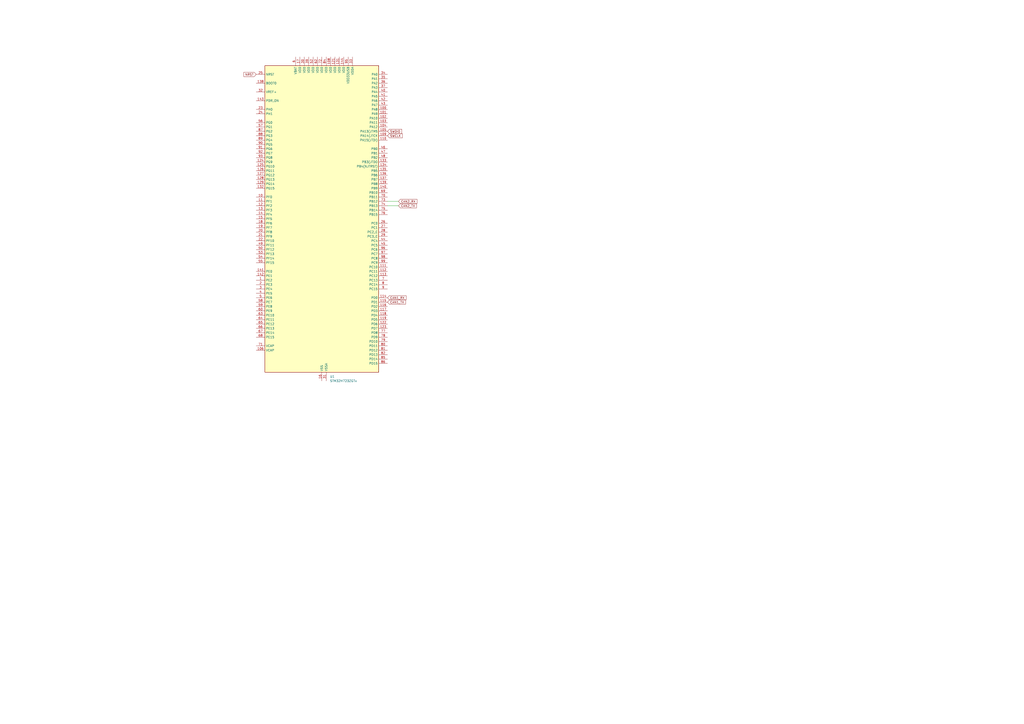
<source format=kicad_sch>
(kicad_sch (version 20250114) (generator "eeschema") (generator_version "9.0")
  (paper "A2")
  (lib_symbols
    (symbol "MCU_ST_STM32H7:STM32H723ZGTx"
      (property "Reference" "U" (at -33.02 90.17 0))
      (property "Value" "STM32H723ZGTx" (at 20.32 90.17 0))
      (symbol "STM32H723ZGTx_0_1"
        (rectangle (start -33.02 -88.9) (end 33.02 88.9) (stroke (width 0.254)) (fill (type background)))
      )
      (symbol "STM32H723ZGTx_1_1"
        (pin input line (at -38.1 83.82 0) (length 5.08) (name "NRST") (number "25"))
        (pin input line (at -38.1 78.74 0) (length 5.08) (name "BOOT0") (number "138"))
        (pin input line (at -38.1 73.66 0) (length 5.08) (name "VREF+") (number "32"))
        (pin input line (at -38.1 68.58 0) (length 5.08) (name "PDR_ON") (number "143"))
        (pin bidirectional line (at -38.1 63.5 0) (length 5.08) (name "PH0") (number "23"))
        (pin bidirectional line (at -38.1 60.96 0) (length 5.08) (name "PH1") (number "24"))
        (pin bidirectional line (at -38.1 55.88 0) (length 5.08) (name "PG0") (number "56"))
        (pin bidirectional line (at -38.1 53.34 0) (length 5.08) (name "PG1") (number "57"))
        (pin bidirectional line (at -38.1 50.8 0) (length 5.08) (name "PG2") (number "87"))
        (pin bidirectional line (at -38.1 48.26 0) (length 5.08) (name "PG3") (number "88"))
        (pin bidirectional line (at -38.1 45.72 0) (length 5.08) (name "PG4") (number "89"))
        (pin bidirectional line (at -38.1 43.18 0) (length 5.08) (name "PG5") (number "90"))
        (pin bidirectional line (at -38.1 40.64 0) (length 5.08) (name "PG6") (number "91"))
        (pin bidirectional line (at -38.1 38.1 0) (length 5.08) (name "PG7") (number "92"))
        (pin bidirectional line (at -38.1 35.56 0) (length 5.08) (name "PG8") (number "93"))
        (pin bidirectional line (at -38.1 33.02 0) (length 5.08) (name "PG9") (number "124"))
        (pin bidirectional line (at -38.1 30.48 0) (length 5.08) (name "PG10") (number "125"))
        (pin bidirectional line (at -38.1 27.94 0) (length 5.08) (name "PG11") (number "126"))
        (pin bidirectional line (at -38.1 25.4 0) (length 5.08) (name "PG12") (number "127"))
        (pin bidirectional line (at -38.1 22.86 0) (length 5.08) (name "PG13") (number "128"))
        (pin bidirectional line (at -38.1 20.32 0) (length 5.08) (name "PG14") (number "129"))
        (pin bidirectional line (at -38.1 17.78 0) (length 5.08) (name "PG15") (number "132"))
        (pin bidirectional line (at -38.1 12.7 0) (length 5.08) (name "PF0") (number "10"))
        (pin bidirectional line (at -38.1 10.16 0) (length 5.08) (name "PF1") (number "11"))
        (pin bidirectional line (at -38.1 7.62 0) (length 5.08) (name "PF2") (number "12"))
        (pin bidirectional line (at -38.1 5.08 0) (length 5.08) (name "PF3") (number "13"))
        (pin bidirectional line (at -38.1 2.54 0) (length 5.08) (name "PF4") (number "14"))
        (pin bidirectional line (at -38.1 0 0) (length 5.08) (name "PF5") (number "15"))
        (pin bidirectional line (at -38.1 -2.54 0) (length 5.08) (name "PF6") (number "18"))
        (pin bidirectional line (at -38.1 -5.08 0) (length 5.08) (name "PF7") (number "19"))
        (pin bidirectional line (at -38.1 -7.62 0) (length 5.08) (name "PF8") (number "20"))
        (pin bidirectional line (at -38.1 -10.16 0) (length 5.08) (name "PF9") (number "21"))
        (pin bidirectional line (at -38.1 -12.7 0) (length 5.08) (name "PF10") (number "22"))
        (pin bidirectional line (at -38.1 -15.24 0) (length 5.08) (name "PF11") (number "49"))
        (pin bidirectional line (at -38.1 -17.78 0) (length 5.08) (name "PF12") (number "50"))
        (pin bidirectional line (at -38.1 -20.32 0) (length 5.08) (name "PF13") (number "53"))
        (pin bidirectional line (at -38.1 -22.86 0) (length 5.08) (name "PF14") (number "54"))
        (pin bidirectional line (at -38.1 -25.4 0) (length 5.08) (name "PF15") (number "55"))
        (pin bidirectional line (at -38.1 -30.48 0) (length 5.08) (name "PE0") (number "141"))
        (pin bidirectional line (at -38.1 -33.02 0) (length 5.08) (name "PE1") (number "142"))
        (pin bidirectional line (at -38.1 -35.56 0) (length 5.08) (name "PE2") (number "1"))
        (pin bidirectional line (at -38.1 -38.1 0) (length 5.08) (name "PE3") (number "2"))
        (pin bidirectional line (at -38.1 -40.64 0) (length 5.08) (name "PE4") (number "3"))
        (pin bidirectional line (at -38.1 -43.18 0) (length 5.08) (name "PE5") (number "4"))
        (pin bidirectional line (at -38.1 -45.72 0) (length 5.08) (name "PE6") (number "5"))
        (pin bidirectional line (at -38.1 -48.26 0) (length 5.08) (name "PE7") (number "58"))
        (pin bidirectional line (at -38.1 -50.8 0) (length 5.08) (name "PE8") (number "59"))
        (pin bidirectional line (at -38.1 -53.34 0) (length 5.08) (name "PE9") (number "60"))
        (pin bidirectional line (at -38.1 -55.88 0) (length 5.08) (name "PE10") (number "63"))
        (pin bidirectional line (at -38.1 -58.42 0) (length 5.08) (name "PE11") (number "64"))
        (pin bidirectional line (at -38.1 -60.96 0) (length 5.08) (name "PE12") (number "65"))
        (pin bidirectional line (at -38.1 -63.5 0) (length 5.08) (name "PE13") (number "66"))
        (pin bidirectional line (at -38.1 -66.04 0) (length 5.08) (name "PE14") (number "67"))
        (pin bidirectional line (at -38.1 -68.58 0) (length 5.08) (name "PE15") (number "68"))
        (pin power_out line (at -38.1 -73.66 0) (length 5.08) (name "VCAP") (number "71"))
        (pin power_out line (at -38.1 -76.2 0) (length 5.08) (name "VCAP") (number "106"))
        (pin power_in line (at -15.24 93.98 270) (length 5.08) (name "VBAT") (number "6"))
        (pin power_in line (at -12.7 93.98 270) (length 5.08) (name "VDD") (number "17"))
        (pin power_in line (at -10.16 93.98 270) (length 5.08) (name "VDD") (number "30"))
        (pin power_in line (at -7.62 93.98 270) (length 5.08) (name "VDD") (number "39"))
        (pin power_in line (at -5.08 93.98 270) (length 5.08) (name "VDD") (number "52"))
        (pin power_in line (at -2.54 93.98 270) (length 5.08) (name "VDD") (number "62"))
        (pin power_in line (at 0 93.98 270) (length 5.08) (name "VDD") (number "72"))
        (pin passive line (at 0 -93.98 90) (length 5.08) (hide yes) (name "VSS") (number "107"))
        (pin passive line (at 0 -93.98 90) (length 5.08) (hide yes) (name "VSS") (number "120"))
        (pin passive line (at 0 -93.98 90) (length 5.08) (hide yes) (name "VSS") (number "130"))
        (pin power_in line (at 0 -93.98 90) (length 5.08) (name "VSS") (number "16"))
        (pin passive line (at 0 -93.98 90) (length 5.08) (hide yes) (name "VSS") (number "38"))
        (pin passive line (at 0 -93.98 90) (length 5.08) (hide yes) (name "VSS") (number "51"))
        (pin passive line (at 0 -93.98 90) (length 5.08) (hide yes) (name "VSS") (number "61"))
        (pin passive line (at 0 -93.98 90) (length 5.08) (hide yes) (name "VSS") (number "83"))
        (pin passive line (at 0 -93.98 90) (length 5.08) (hide yes) (name "VSS") (number "94"))
        (pin power_in line (at 2.54 93.98 270) (length 5.08) (name "VDD") (number "84"))
        (pin power_in line (at 2.54 -93.98 90) (length 5.08) (name "VSSA") (number "31"))
        (pin power_in line (at 5.08 93.98 270) (length 5.08) (name "VDD") (number "108"))
        (pin power_in line (at 7.62 93.98 270) (length 5.08) (name "VDD") (number "121"))
        (pin power_in line (at 10.16 93.98 270) (length 5.08) (name "VDD") (number "131"))
        (pin power_in line (at 12.7 93.98 270) (length 5.08) (name "VDD") (number "144"))
        (pin power_in line (at 15.24 93.98 270) (length 5.08) (name "VDD33USB") (number "95"))
        (pin power_in line (at 17.78 93.98 270) (length 5.08) (name "VDDA") (number "33"))
        (pin bidirectional line (at 38.1 83.82 180) (length 5.08) (name "PA0") (number "34"))
        (pin bidirectional line (at 38.1 81.28 180) (length 5.08) (name "PA1") (number "35"))
        (pin bidirectional line (at 38.1 78.74 180) (length 5.08) (name "PA2") (number "36"))
        (pin bidirectional line (at 38.1 76.2 180) (length 5.08) (name "PA3") (number "37"))
        (pin bidirectional line (at 38.1 73.66 180) (length 5.08) (name "PA4") (number "40"))
        (pin bidirectional line (at 38.1 71.12 180) (length 5.08) (name "PA5") (number "41"))
        (pin bidirectional line (at 38.1 68.58 180) (length 5.08) (name "PA6") (number "42"))
        (pin bidirectional line (at 38.1 66.04 180) (length 5.08) (name "PA7") (number "43"))
        (pin bidirectional line (at 38.1 63.5 180) (length 5.08) (name "PA8") (number "100"))
        (pin bidirectional line (at 38.1 60.96 180) (length 5.08) (name "PA9") (number "101"))
        (pin bidirectional line (at 38.1 58.42 180) (length 5.08) (name "PA10") (number "102"))
        (pin bidirectional line (at 38.1 55.88 180) (length 5.08) (name "PA11") (number "103"))
        (pin bidirectional line (at 38.1 53.34 180) (length 5.08) (name "PA12") (number "104"))
        (pin bidirectional line (at 38.1 50.8 180) (length 5.08) (name "PA13(JTMS") (number "105"))
        (pin bidirectional line (at 38.1 48.26 180) (length 5.08) (name "PA14(JTCK") (number "109"))
        (pin bidirectional line (at 38.1 45.72 180) (length 5.08) (name "PA15(JTDI)") (number "110"))
        (pin bidirectional line (at 38.1 40.64 180) (length 5.08) (name "PB0") (number "46"))
        (pin bidirectional line (at 38.1 38.1 180) (length 5.08) (name "PB1") (number "47"))
        (pin bidirectional line (at 38.1 35.56 180) (length 5.08) (name "PB2") (number "48"))
        (pin bidirectional line (at 38.1 33.02 180) (length 5.08) (name "PB3(JTDO") (number "133"))
        (pin bidirectional line (at 38.1 30.48 180) (length 5.08) (name "PB4(NJTRST)") (number "134"))
        (pin bidirectional line (at 38.1 27.94 180) (length 5.08) (name "PB5") (number "135"))
        (pin bidirectional line (at 38.1 25.4 180) (length 5.08) (name "PB6") (number "136"))
        (pin bidirectional line (at 38.1 22.86 180) (length 5.08) (name "PB7") (number "137"))
        (pin bidirectional line (at 38.1 20.32 180) (length 5.08) (name "PB8") (number "139"))
        (pin bidirectional line (at 38.1 17.78 180) (length 5.08) (name "PB9") (number "140"))
        (pin bidirectional line (at 38.1 15.24 180) (length 5.08) (name "PB10") (number "69"))
        (pin bidirectional line (at 38.1 12.7 180) (length 5.08) (name "PB11") (number "70"))
        (pin bidirectional line (at 38.1 10.16 180) (length 5.08) (name "PB12") (number "73"))
        (pin bidirectional line (at 38.1 7.62 180) (length 5.08) (name "PB13") (number "74"))
        (pin bidirectional line (at 38.1 5.08 180) (length 5.08) (name "PB14") (number "75"))
        (pin bidirectional line (at 38.1 2.54 180) (length 5.08) (name "PB15") (number "76"))
        (pin bidirectional line (at 38.1 -2.54 180) (length 5.08) (name "PC0") (number "26"))
        (pin bidirectional line (at 38.1 -5.08 180) (length 5.08) (name "PC1") (number "27"))
        (pin bidirectional line (at 38.1 -7.62 180) (length 5.08) (name "PC2_C") (number "28"))
        (pin bidirectional line (at 38.1 -10.16 180) (length 5.08) (name "PC3_C") (number "29"))
        (pin bidirectional line (at 38.1 -12.7 180) (length 5.08) (name "PC4") (number "44"))
        (pin bidirectional line (at 38.1 -15.24 180) (length 5.08) (name "PC5") (number "45"))
        (pin bidirectional line (at 38.1 -17.78 180) (length 5.08) (name "PC6") (number "96"))
        (pin bidirectional line (at 38.1 -20.32 180) (length 5.08) (name "PC7") (number "97"))
        (pin bidirectional line (at 38.1 -22.86 180) (length 5.08) (name "PC8") (number "98"))
        (pin bidirectional line (at 38.1 -25.4 180) (length 5.08) (name "PC9") (number "99"))
        (pin bidirectional line (at 38.1 -27.94 180) (length 5.08) (name "PC10") (number "111"))
        (pin bidirectional line (at 38.1 -30.48 180) (length 5.08) (name "PC11") (number "112"))
        (pin bidirectional line (at 38.1 -33.02 180) (length 5.08) (name "PC12") (number "113"))
        (pin bidirectional line (at 38.1 -35.56 180) (length 5.08) (name "PC13") (number "7"))
        (pin bidirectional line (at 38.1 -38.1 180) (length 5.08) (name "PC14") (number "8"))
        (pin bidirectional line (at 38.1 -40.64 180) (length 5.08) (name "PC15") (number "9"))
        (pin bidirectional line (at 38.1 -45.72 180) (length 5.08) (name "PD0") (number "114"))
        (pin bidirectional line (at 38.1 -48.26 180) (length 5.08) (name "PD1") (number "115"))
        (pin bidirectional line (at 38.1 -50.8 180) (length 5.08) (name "PD2") (number "116"))
        (pin bidirectional line (at 38.1 -53.34 180) (length 5.08) (name "PD3") (number "117"))
        (pin bidirectional line (at 38.1 -55.88 180) (length 5.08) (name "PD4") (number "118"))
        (pin bidirectional line (at 38.1 -58.42 180) (length 5.08) (name "PD5") (number "119"))
        (pin bidirectional line (at 38.1 -60.96 180) (length 5.08) (name "PD6") (number "122"))
        (pin bidirectional line (at 38.1 -63.5 180) (length 5.08) (name "PD7") (number "123"))
        (pin bidirectional line (at 38.1 -66.04 180) (length 5.08) (name "PD8") (number "77"))
        (pin bidirectional line (at 38.1 -68.58 180) (length 5.08) (name "PD9") (number "78"))
        (pin bidirectional line (at 38.1 -71.12 180) (length 5.08) (name "PD10") (number "79"))
        (pin bidirectional line (at 38.1 -73.66 180) (length 5.08) (name "PD11") (number "80"))
        (pin bidirectional line (at 38.1 -76.2 180) (length 5.08) (name "PD12") (number "81"))
        (pin bidirectional line (at 38.1 -78.74 180) (length 5.08) (name "PD13") (number "82"))
        (pin bidirectional line (at 38.1 -81.28 180) (length 5.08) (name "PD14") (number "85"))
        (pin bidirectional line (at 38.1 -83.82 180) (length 5.08) (name "PD15") (number "86"))
      )
    )
  )
  (wire (pts (xy 231.14 116.84) (xy 224.79 116.84)))
  (wire (pts (xy 231.14 119.38) (xy 224.79 119.38)))
  (global_label "SWCLK" (shape input) (at 224.79 78.74 0) (property "Intersheetrefs" "${INTERSHEET_REFS}" (effects (hide yes))))
  (global_label "CAN2_RX" (shape input) (at 231.14 116.84 0) (property "Intersheetrefs" "${INTERSHEET_REFS}" (effects (hide yes))))
  (global_label "SWDIO" (shape input) (at 224.79 76.2 0) (property "Intersheetrefs" "${INTERSHEET_REFS}" (effects (hide yes))))
  (global_label "CAN2_TX" (shape input) (at 231.14 119.38 0) (property "Intersheetrefs" "${INTERSHEET_REFS}" (effects (hide yes))))
  (global_label "CAN1_TX" (shape input) (at 224.79 175.26 0) (property "Intersheetrefs" "${INTERSHEET_REFS}" (effects (hide yes))))
  (global_label "NRST" (shape input) (at 148.59 43.18 180) (property "Intersheetrefs" "${INTERSHEET_REFS}" (effects (hide yes))))
  (global_label "CAN1_RX" (shape input) (at 224.79 172.72 0) (property "Intersheetrefs" "${INTERSHEET_REFS}" (effects (hide yes))))
  (symbol (lib_id "MCU_ST_STM32H7:STM32H723ZGTx") (at 186.69 127 0) (unit 1)
    (property "Reference" "U1" (at 191.3733 218.44 0) (effects (justify left)))
    (property "Value" "STM32H723ZGTx" (at 191.3733 220.98 0) (effects (justify left)))
    (property "Footprint" "Package_QFP:LQFP-144_20x20mm_P0.5mm" (effects (hide yes)))
    (property "Datasheet" "https://www.st.com/resource/en/datasheet/stm32h723zg.pdf" (effects (hide yes)))
    (property "Description" "STMicroelectronics Arm Cortex-M7 MCU, 1024KB flash, 564KB RAM, 550 MHz, 1.62-3.6V, 114 GPIO, LQFP144" (effects (hide yes)))
  )
)
</source>
